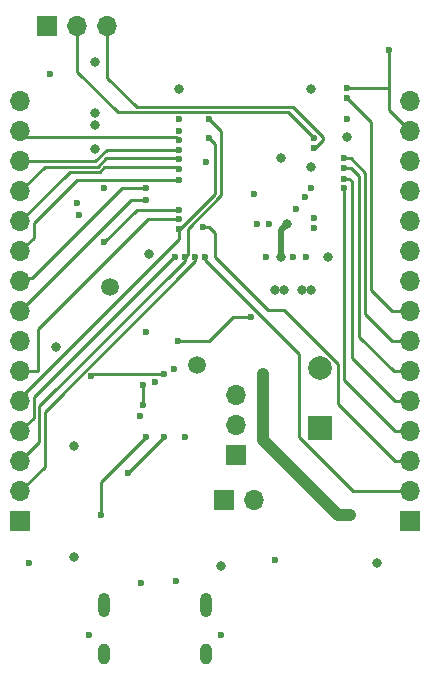
<source format=gbr>
%TF.GenerationSoftware,KiCad,Pcbnew,7.0.1*%
%TF.CreationDate,2023-05-27T11:13:56+02:00*%
%TF.ProjectId,SunSparkESP32,53756e53-7061-4726-9b45-535033322e6b,2.0*%
%TF.SameCoordinates,Original*%
%TF.FileFunction,Copper,L2,Inr*%
%TF.FilePolarity,Positive*%
%FSLAX46Y46*%
G04 Gerber Fmt 4.6, Leading zero omitted, Abs format (unit mm)*
G04 Created by KiCad (PCBNEW 7.0.1) date 2023-05-27 11:13:56*
%MOMM*%
%LPD*%
G01*
G04 APERTURE LIST*
%TA.AperFunction,ComponentPad*%
%ADD10O,1.000000X2.100000*%
%TD*%
%TA.AperFunction,ComponentPad*%
%ADD11O,1.000000X1.800000*%
%TD*%
%TA.AperFunction,ComponentPad*%
%ADD12R,1.700000X1.700000*%
%TD*%
%TA.AperFunction,ComponentPad*%
%ADD13O,1.700000X1.700000*%
%TD*%
%TA.AperFunction,ComponentPad*%
%ADD14C,1.500000*%
%TD*%
%TA.AperFunction,ComponentPad*%
%ADD15R,2.000000X2.000000*%
%TD*%
%TA.AperFunction,ComponentPad*%
%ADD16C,2.000000*%
%TD*%
%TA.AperFunction,ViaPad*%
%ADD17C,0.800000*%
%TD*%
%TA.AperFunction,ViaPad*%
%ADD18C,0.600000*%
%TD*%
%TA.AperFunction,Conductor*%
%ADD19C,1.000000*%
%TD*%
%TA.AperFunction,Conductor*%
%ADD20C,0.250000*%
%TD*%
%TA.AperFunction,Conductor*%
%ADD21C,0.500000*%
%TD*%
G04 APERTURE END LIST*
D10*
%TO.N,GND*%
%TO.C,J2*%
X61720000Y-90875000D03*
D11*
X61720000Y-95055000D03*
D10*
X70360000Y-90875000D03*
D11*
X70360000Y-95055000D03*
%TD*%
D12*
%TO.N,GND1*%
%TO.C,J5*%
X56911000Y-41885000D03*
D13*
%TO.N,Net-(J5-Pin_2)*%
X59451000Y-41885000D03*
%TO.N,Net-(J5-Pin_3)*%
X61991000Y-41885000D03*
%TD*%
D12*
%TO.N,Net-(J1-Pin_1)*%
%TO.C,J1*%
X71882000Y-82042000D03*
D13*
%TO.N,GND*%
X74422000Y-82042000D03*
%TD*%
D14*
%TO.N,BCKP*%
%TO.C,J8*%
X69596000Y-70612000D03*
%TD*%
D12*
%TO.N,+BATT*%
%TO.C,J4*%
X87630000Y-83820000D03*
D13*
%TO.N,Net-(J4-Pin_2)*%
X87630000Y-81280000D03*
%TO.N,Net-(J4-Pin_3)*%
X87630000Y-78740000D03*
%TO.N,Net-(J4-Pin_4)*%
X87630000Y-76200000D03*
%TO.N,Net-(J4-Pin_5)*%
X87630000Y-73660000D03*
%TO.N,Net-(J4-Pin_6)*%
X87630000Y-71120000D03*
%TO.N,Net-(J4-Pin_7)*%
X87630000Y-68580000D03*
%TO.N,Net-(J4-Pin_8)*%
X87630000Y-66040000D03*
%TO.N,/IO0*%
X87630000Y-63500000D03*
%TO.N,/IO1*%
X87630000Y-60960000D03*
%TO.N,/IO2*%
X87630000Y-58420000D03*
%TO.N,/IO3*%
X87630000Y-55880000D03*
%TO.N,/IO4*%
X87630000Y-53340000D03*
%TO.N,rst_btn*%
X87630000Y-50800000D03*
%TO.N,GND1*%
X87630000Y-48260000D03*
%TD*%
D15*
%TO.N,Net-(J3-Pin_2)*%
%TO.C,C3*%
X80010000Y-75866000D03*
D16*
%TO.N,GND*%
X80010000Y-70866000D03*
%TD*%
D12*
%TO.N,GND1*%
%TO.C,J6*%
X54610000Y-83820000D03*
D13*
%TO.N,Net-(J6-Pin_2)*%
X54610000Y-81280000D03*
%TO.N,MISO*%
X54610000Y-78740000D03*
%TO.N,SCLK*%
X54610000Y-76200000D03*
%TO.N,MOSI*%
X54610000Y-73660000D03*
%TO.N,CS0*%
X54610000Y-71120000D03*
%TO.N,AUX_SW*%
X54610000Y-68580000D03*
%TO.N,Net-(J6-Pin_8)*%
X54610000Y-66040000D03*
%TO.N,Net-(J6-Pin_9)*%
X54610000Y-63500000D03*
%TO.N,Net-(J6-Pin_10)*%
X54610000Y-60960000D03*
%TO.N,Net-(J6-Pin_11)*%
X54610000Y-58420000D03*
%TO.N,Net-(J6-Pin_12)*%
X54610000Y-55880000D03*
%TO.N,Net-(J6-Pin_13)*%
X54610000Y-53340000D03*
%TO.N,Net-(J6-Pin_14)*%
X54610000Y-50800000D03*
%TO.N,+BATT*%
X54610000Y-48260000D03*
%TD*%
D12*
%TO.N,V_AUX*%
%TO.C,J3*%
X72873000Y-78217000D03*
D13*
%TO.N,Net-(J3-Pin_2)*%
X72873000Y-75677000D03*
%TO.N,Net-(J3-Pin_3)*%
X72873000Y-73137000D03*
%TD*%
D14*
%TO.N,Net-(J7-Pin_1)*%
%TO.C,J7*%
X62230000Y-64008000D03*
%TD*%
D17*
%TO.N,Net-(D1-A)*%
X75184000Y-71374000D03*
X75184000Y-72390000D03*
X82550000Y-83312000D03*
X81534000Y-83312000D03*
%TO.N,GND*%
X57658000Y-69088000D03*
X84836000Y-87376000D03*
D18*
X68580000Y-76708000D03*
D17*
X59182000Y-77470000D03*
D18*
X64770000Y-74930000D03*
X67647500Y-70949500D03*
%TO.N,Net-(U1-CBP)*%
X63754000Y-79756000D03*
X66802000Y-76708000D03*
%TO.N,rst_btn*%
X76200000Y-87122000D03*
X82296000Y-47136000D03*
X85852000Y-43942000D03*
X77978000Y-57404000D03*
D17*
%TO.N,+BATT*%
X77216000Y-58674000D03*
X60960000Y-50292000D03*
X60960000Y-49276000D03*
X76708000Y-61468000D03*
X82296000Y-51308000D03*
X79248000Y-53848000D03*
D18*
%TO.N,Net-(J4-Pin_3)*%
X70104000Y-58928000D03*
%TO.N,Net-(J6-Pin_2)*%
X69410000Y-61468000D03*
%TO.N,Net-(J6-Pin_8)*%
X65278000Y-56642000D03*
%TO.N,Net-(J6-Pin_9)*%
X65278000Y-55626000D03*
%TO.N,Net-(J6-Pin_10)*%
X68072000Y-54901503D03*
%TO.N,Net-(J6-Pin_11)*%
X68072000Y-53960509D03*
%TO.N,Net-(J6-Pin_12)*%
X68072000Y-53161006D03*
%TO.N,Net-(J6-Pin_13)*%
X68072000Y-52361503D03*
%TO.N,Net-(J6-Pin_14)*%
X68072000Y-51562000D03*
%TO.N,Net-(J4-Pin_4)*%
X82042000Y-55626000D03*
%TO.N,Net-(J4-Pin_5)*%
X82042000Y-54786000D03*
%TO.N,Net-(J4-Pin_6)*%
X82042000Y-53885503D03*
%TO.N,Net-(J4-Pin_8)*%
X82276000Y-47986000D03*
%TO.N,Net-(J4-Pin_2)*%
X70209503Y-61468000D03*
%TO.N,/IO0*%
X75438000Y-61468000D03*
%TO.N,/IO1*%
X77724000Y-61468000D03*
%TO.N,/IO2*%
X78760000Y-61448000D03*
%TO.N,/IO3*%
X79502000Y-58965503D03*
%TO.N,/IO4*%
X79502000Y-58166000D03*
%TO.N,Net-(J5-Pin_3)*%
X79489416Y-52180354D03*
%TO.N,PGOOD*%
X67934500Y-68580000D03*
X74168000Y-66548000D03*
%TO.N,Net-(J5-Pin_2)*%
X79502080Y-51380952D03*
%TO.N,Net-(U1-MPPT)*%
X61468000Y-83312000D03*
X65278000Y-76708000D03*
%TO.N,Net-(U1-REF)*%
X66802000Y-71374000D03*
X60578647Y-71500647D03*
%TO.N,Net-(U1-TERM)*%
X65024000Y-72273500D03*
X64999576Y-73935723D03*
D17*
%TO.N,USB_DN*%
X59182000Y-86868000D03*
D18*
X74676000Y-58674000D03*
%TO.N,USB_DP*%
X75692000Y-58674000D03*
D17*
X71628000Y-87630000D03*
D18*
%TO.N,ADC_BAT*%
X61722000Y-55626000D03*
X68084802Y-50743360D03*
%TO.N,boot_btn*%
X68072000Y-49784000D03*
X55372000Y-87376000D03*
%TO.N,Net-(U1-SETPG)*%
X65278000Y-67818000D03*
X66040000Y-71998500D03*
%TO.N,Net-(J2-CC1)*%
X64794381Y-89045049D03*
X60452000Y-93472000D03*
%TO.N,Net-(J2-CC2)*%
X67818000Y-88900000D03*
X71628000Y-93472000D03*
D17*
%TO.N,GND1*%
X79248000Y-47244000D03*
X65532000Y-61214000D03*
X60960000Y-52324000D03*
X76962000Y-64262000D03*
X78486000Y-64262000D03*
D18*
X82296000Y-49784000D03*
D17*
X79248000Y-64262000D03*
X76200000Y-64262000D03*
D18*
X59551500Y-57912000D03*
D17*
X76708000Y-53086000D03*
X60960000Y-44958000D03*
X80660000Y-61468000D03*
X68072000Y-47244000D03*
D18*
%TO.N,AUX_SW_CTRL*%
X68072000Y-57441503D03*
X61722000Y-60198000D03*
%TO.N,Net-(J4-Pin_7)*%
X82042000Y-53086000D03*
%TO.N,MISO*%
X68560000Y-61468000D03*
X70612000Y-49783500D03*
%TO.N,SCLK*%
X70374000Y-53356000D03*
X67710000Y-61443178D03*
%TO.N,MOSI*%
X70612000Y-51356000D03*
X68072000Y-59040509D03*
%TO.N,CS0*%
X74422000Y-56134000D03*
X68072000Y-58241006D03*
%TO.N,DIO2*%
X79248000Y-55626000D03*
X57150000Y-45974000D03*
%TO.N,DIO3*%
X78740000Y-56388000D03*
X59436000Y-56896000D03*
%TD*%
D19*
%TO.N,Net-(D1-A)*%
X81534000Y-83312000D02*
X82550000Y-83312000D01*
X75184000Y-76962000D02*
X81534000Y-83312000D01*
X75184000Y-71374000D02*
X75184000Y-76962000D01*
D20*
%TO.N,Net-(U1-CBP)*%
X63754000Y-79756000D02*
X66802000Y-76708000D01*
%TO.N,rst_btn*%
X85852000Y-49022000D02*
X87630000Y-50800000D01*
X85852000Y-43942000D02*
X85852000Y-47244000D01*
X85852000Y-47244000D02*
X85852000Y-49022000D01*
X85744000Y-47136000D02*
X85852000Y-47244000D01*
X82296000Y-47136000D02*
X85744000Y-47136000D01*
D21*
%TO.N,+BATT*%
X76708000Y-59182000D02*
X76708000Y-61468000D01*
X77216000Y-58674000D02*
X76708000Y-59182000D01*
D20*
%TO.N,Net-(J4-Pin_3)*%
X71120000Y-59436000D02*
X71120000Y-61430497D01*
X70104000Y-58928000D02*
X70612000Y-58928000D01*
X81534000Y-73914000D02*
X86360000Y-78740000D01*
X86360000Y-78740000D02*
X87630000Y-78740000D01*
X75612503Y-65923000D02*
X76940833Y-65923000D01*
X81534000Y-70516167D02*
X81534000Y-73914000D01*
X71120000Y-61430497D02*
X75612503Y-65923000D01*
X76940833Y-65923000D02*
X81534000Y-70516167D01*
X70612000Y-58928000D02*
X71120000Y-59436000D01*
%TO.N,Net-(J6-Pin_2)*%
X69410000Y-61468000D02*
X69410000Y-61786116D01*
X69410000Y-61786116D02*
X56685000Y-74511116D01*
X56685000Y-74511116D02*
X56685000Y-79205000D01*
X56685000Y-79205000D02*
X54610000Y-81280000D01*
%TO.N,Net-(J6-Pin_8)*%
X65278000Y-56642000D02*
X64008000Y-56642000D01*
X64008000Y-56642000D02*
X54610000Y-66040000D01*
%TO.N,Net-(J6-Pin_9)*%
X65278000Y-55626000D02*
X63246000Y-55626000D01*
X54864000Y-63246000D02*
X54610000Y-63500000D01*
X63246000Y-55626000D02*
X55626000Y-63246000D01*
X55626000Y-63246000D02*
X54864000Y-63246000D01*
%TO.N,Net-(J6-Pin_10)*%
X68072000Y-54901503D02*
X59398497Y-54901503D01*
X55785000Y-58515000D02*
X55785000Y-59785000D01*
X55785000Y-59785000D02*
X54610000Y-60960000D01*
X59398497Y-54901503D02*
X55785000Y-58515000D01*
%TO.N,Net-(J6-Pin_11)*%
X61734097Y-53848000D02*
X61342097Y-54240000D01*
X68072000Y-53960509D02*
X67959491Y-53848000D01*
X61342097Y-54240000D02*
X58790000Y-54240000D01*
X58790000Y-54240000D02*
X54610000Y-58420000D01*
X67959491Y-53848000D02*
X61734097Y-53848000D01*
%TO.N,Net-(J6-Pin_12)*%
X61155701Y-53790000D02*
X56700000Y-53790000D01*
X68072000Y-53161006D02*
X67996994Y-53086000D01*
X61859701Y-53086000D02*
X61155701Y-53790000D01*
X56700000Y-53790000D02*
X54610000Y-55880000D01*
X67996994Y-53086000D02*
X61859701Y-53086000D01*
%TO.N,Net-(J6-Pin_13)*%
X68072000Y-52361503D02*
X61947802Y-52361503D01*
X60969305Y-53340000D02*
X54610000Y-53340000D01*
X61947802Y-52361503D02*
X60969305Y-53340000D01*
%TO.N,Net-(J6-Pin_14)*%
X68072000Y-51562000D02*
X67818000Y-51308000D01*
X67818000Y-51308000D02*
X55118000Y-51308000D01*
X55118000Y-51308000D02*
X54610000Y-50800000D01*
%TO.N,Net-(J4-Pin_4)*%
X86360000Y-76200000D02*
X87630000Y-76200000D01*
X82042000Y-55626000D02*
X82042000Y-71882000D01*
X82042000Y-71882000D02*
X86360000Y-76200000D01*
%TO.N,Net-(J4-Pin_5)*%
X82042000Y-54786000D02*
X82472000Y-54786000D01*
X82667000Y-54981000D02*
X82667000Y-69967000D01*
X82472000Y-54786000D02*
X82667000Y-54981000D01*
X82667000Y-69967000D02*
X86360000Y-73660000D01*
X86360000Y-73660000D02*
X87630000Y-73660000D01*
%TO.N,Net-(J4-Pin_6)*%
X83312000Y-68199000D02*
X86233000Y-71120000D01*
X86233000Y-71120000D02*
X87630000Y-71120000D01*
X82042000Y-53885503D02*
X82587503Y-53885503D01*
X83312000Y-54610000D02*
X83312000Y-68199000D01*
X82587503Y-53885503D02*
X83312000Y-54610000D01*
%TO.N,Net-(J4-Pin_8)*%
X86106000Y-66040000D02*
X87630000Y-66040000D01*
X84328000Y-64262000D02*
X86106000Y-66040000D01*
X82276000Y-47986000D02*
X84328000Y-50038000D01*
X84328000Y-50038000D02*
X84328000Y-64262000D01*
%TO.N,Net-(J4-Pin_2)*%
X78178968Y-69675084D02*
X78178968Y-76654968D01*
X70209503Y-61705619D02*
X78178968Y-69675084D01*
X82804000Y-81280000D02*
X87630000Y-81280000D01*
X70209503Y-61468000D02*
X70209503Y-61705619D01*
X78178968Y-76654968D02*
X82804000Y-81280000D01*
%TO.N,Net-(J5-Pin_3)*%
X79586562Y-52180354D02*
X79489416Y-52180354D01*
X61991000Y-41885000D02*
X61991000Y-46243000D01*
X80264000Y-51502916D02*
X79586562Y-52180354D01*
X64457000Y-48709000D02*
X77714012Y-48709000D01*
X80264000Y-51258988D02*
X80264000Y-51502916D01*
X61991000Y-46243000D02*
X64457000Y-48709000D01*
X77714012Y-48709000D02*
X80264000Y-51258988D01*
%TO.N,PGOOD*%
X70612000Y-68580000D02*
X72644000Y-66548000D01*
X67934500Y-68580000D02*
X70612000Y-68580000D01*
X72644000Y-66548000D02*
X74168000Y-66548000D01*
%TO.N,Net-(J5-Pin_2)*%
X59451000Y-41885000D02*
X59451000Y-45735000D01*
X77280128Y-49159000D02*
X79502080Y-51380952D01*
X62875000Y-49159000D02*
X77280128Y-49159000D01*
X59451000Y-45735000D02*
X62875000Y-49159000D01*
%TO.N,Net-(U1-MPPT)*%
X61468000Y-80518000D02*
X61468000Y-83312000D01*
X65278000Y-76708000D02*
X61468000Y-80518000D01*
%TO.N,Net-(U1-REF)*%
X66802000Y-71374000D02*
X60705294Y-71374000D01*
X60705294Y-71374000D02*
X60578647Y-71500647D01*
%TO.N,Net-(U1-TERM)*%
X65024000Y-73911299D02*
X65024000Y-72273500D01*
X64999576Y-73935723D02*
X65024000Y-73911299D01*
%TO.N,AUX_SW_CTRL*%
X61722000Y-60198000D02*
X64478497Y-57441503D01*
X64478497Y-57441503D02*
X68072000Y-57441503D01*
%TO.N,Net-(J4-Pin_7)*%
X82592191Y-53086000D02*
X83820000Y-54313809D01*
X83820000Y-54313809D02*
X83820000Y-66294000D01*
X83820000Y-66294000D02*
X86106000Y-68580000D01*
X82042000Y-53086000D02*
X82592191Y-53086000D01*
X86106000Y-68580000D02*
X87630000Y-68580000D01*
%TO.N,MISO*%
X56235000Y-74067000D02*
X56235000Y-77115000D01*
X56235000Y-77115000D02*
X54610000Y-78740000D01*
X70612000Y-49783500D02*
X71628000Y-50799500D01*
X68785000Y-59048286D02*
X68785000Y-61243000D01*
X68785000Y-61243000D02*
X68560000Y-61468000D01*
X68560000Y-61742000D02*
X56235000Y-74067000D01*
X71628000Y-56205286D02*
X68785000Y-59048286D01*
X68560000Y-61468000D02*
X68560000Y-61742000D01*
X71628000Y-50799500D02*
X71628000Y-56205286D01*
%TO.N,SCLK*%
X55785000Y-73247000D02*
X55785000Y-75025000D01*
X55785000Y-75025000D02*
X54610000Y-76200000D01*
X67588822Y-61443178D02*
X55785000Y-73247000D01*
X67710000Y-61443178D02*
X67588822Y-61443178D01*
%TO.N,MOSI*%
X68072000Y-59944000D02*
X54610000Y-73406000D01*
X68072000Y-59040509D02*
X68072000Y-59944000D01*
X71120000Y-56076890D02*
X68156381Y-59040509D01*
X71120000Y-51864000D02*
X71120000Y-56076890D01*
X70612000Y-51356000D02*
X71120000Y-51864000D01*
X54610000Y-73406000D02*
X54610000Y-73660000D01*
X68156381Y-59040509D02*
X68072000Y-59040509D01*
%TO.N,CS0*%
X68072000Y-58241006D02*
X65456994Y-58241006D01*
X65456994Y-58241006D02*
X56134000Y-67564000D01*
X56134000Y-71120000D02*
X54610000Y-71120000D01*
X56134000Y-67564000D02*
X56134000Y-71120000D01*
%TD*%
M02*

</source>
